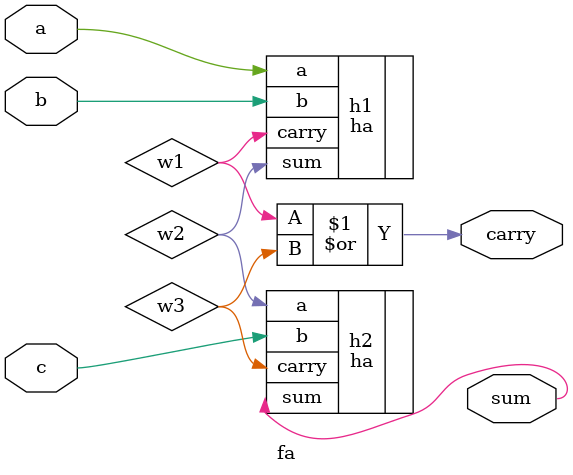
<source format=v>
`include "ha.v"

module fa(
input a,b,c,
output sum,carry);

wire w1,w2;

ha h1(.a(a),.b(b),.carry(w1),.sum(w2));
ha h2(.a(w2),.b(c),.carry(w3),.sum(sum));

or(carry,w1,w3);

endmodule

</source>
